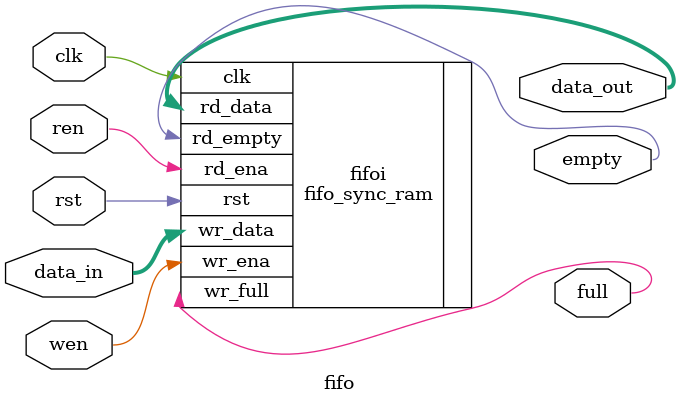
<source format=v>
/*
 * Copyright (c) 2017, Toothless Consulting UG (haftungsbeschraenkt)
 * All rights reserved.
 *
 * Redistribution and use in source and binary forms, with or without
 * modification, are permitted provided that the following conditions are met:
 *
 * + Redistributions of source code must retain the above copyright notice,
 *   this list of conditions and the following disclaimer.
 * + Redistributions in binary form must reproduce the above copyright
 *   notice, this list of conditions and the following disclaimer in the
 *   documentation and/or other materials provided with the distribution.
 * + Neither the name arty-glitcher nor the names of its contributors may be
 *   used to endorse or promote products derived from this software without
 *   specific prior written permission.
 *
 * THIS SOFTWARE IS PROVIDED BY THE COPYRIGHT HOLDERS AND CONTRIBUTORS "AS IS"
 * AND ANY EXPRESS OR IMPLIED WARRANTIES, INCLUDING, BUT NOT LIMITED TO, THE
 * IMPLIED WARRANTIES OF MERCHANTABILITY AND FITNESS FOR A PARTICULAR PURPOSE
 * ARE DISCLAIMED. IN NO EVENT SHALL THE arty-glitcher PROJECT BE LIABLE FOR
 * ANY DIRECT, INDIRECT, INCIDENTAL, SPECIAL, EXEMPLARY, OR CONSEQUENTIAL
 * DAMAGES (INCLUDING, BUT NOT LIMITED TO, PROCUREMENT OF SUBSTITUTE GOODS OR
 * SERVICES; LOSS OF USE, DATA, OR PROFITS; OR BUSINESS INTERRUPTION) HOWEVER
 * CAUSED AND ON ANY THEORY OF LIABILITY, WHETHER IN CONTRACT, STRICT
 * LIABILITY, OR TORT (INCLUDING NEGLIGENCE OR OTHERWISE) ARISING IN ANY WAY
 * OUT OF THE USE OF THIS SOFTWARE, EVEN IF ADVISED OF THE POSSIBILITY OF SUCH
 * DAMAGE.
 *
 * Author: Dmitry Nedospasov <dmitry@toothless.co>
 *
 */

module fifo (
    input wire          clk,
    input wire          rst,
    input wire [7:0]    data_in,
    input wire          wen,
    input wire          ren,
    output wire [7:0]   data_out,
    output wire         full,
    output wire         empty
);

fifo_sync_ram #(
	.WIDTH(8)
	) fifoi
	(
	.clk(clk),
	.rst(rst),
	.wr_data(data_in),
	.wr_ena(wen),
	.wr_full(full),
	.rd_data(data_out),
	.rd_ena(ren),
	.rd_empty(empty)
);

endmodule

</source>
